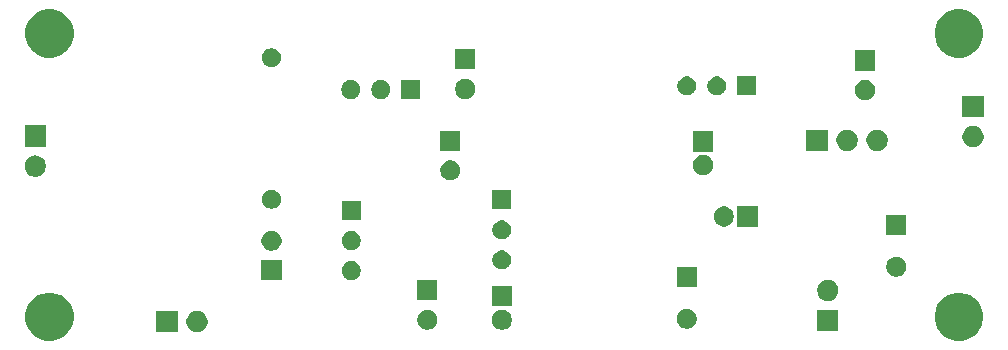
<source format=gbr>
G04 #@! TF.GenerationSoftware,KiCad,Pcbnew,5.1.5+dfsg1-2build2*
G04 #@! TF.CreationDate,2022-03-11T14:10:26+02:00*
G04 #@! TF.ProjectId,dc_receiver,64635f72-6563-4656-9976-65722e6b6963,rev?*
G04 #@! TF.SameCoordinates,Original*
G04 #@! TF.FileFunction,Soldermask,Bot*
G04 #@! TF.FilePolarity,Negative*
%FSLAX46Y46*%
G04 Gerber Fmt 4.6, Leading zero omitted, Abs format (unit mm)*
G04 Created by KiCad (PCBNEW 5.1.5+dfsg1-2build2) date 2022-03-11 14:10:26*
%MOMM*%
%LPD*%
G04 APERTURE LIST*
%ADD10C,0.100000*%
G04 APERTURE END LIST*
D10*
G36*
X40898254Y-44027818D02*
G01*
X41271511Y-44182426D01*
X41271513Y-44182427D01*
X41498886Y-44334353D01*
X41607436Y-44406884D01*
X41893116Y-44692564D01*
X42117574Y-45028489D01*
X42272182Y-45401746D01*
X42351000Y-45797993D01*
X42351000Y-46202007D01*
X42272182Y-46598254D01*
X42142632Y-46911015D01*
X42117573Y-46971513D01*
X41893116Y-47307436D01*
X41607436Y-47593116D01*
X41271513Y-47817573D01*
X41271512Y-47817574D01*
X41271511Y-47817574D01*
X40898254Y-47972182D01*
X40502007Y-48051000D01*
X40097993Y-48051000D01*
X39701746Y-47972182D01*
X39328489Y-47817574D01*
X39328488Y-47817574D01*
X39328487Y-47817573D01*
X38992564Y-47593116D01*
X38706884Y-47307436D01*
X38482427Y-46971513D01*
X38457368Y-46911015D01*
X38327818Y-46598254D01*
X38249000Y-46202007D01*
X38249000Y-45797993D01*
X38327818Y-45401746D01*
X38482426Y-45028489D01*
X38706884Y-44692564D01*
X38992564Y-44406884D01*
X39101114Y-44334353D01*
X39328487Y-44182427D01*
X39328489Y-44182426D01*
X39701746Y-44027818D01*
X40097993Y-43949000D01*
X40502007Y-43949000D01*
X40898254Y-44027818D01*
G37*
G36*
X117898254Y-44027818D02*
G01*
X118271511Y-44182426D01*
X118271513Y-44182427D01*
X118498886Y-44334353D01*
X118607436Y-44406884D01*
X118893116Y-44692564D01*
X119117574Y-45028489D01*
X119272182Y-45401746D01*
X119351000Y-45797993D01*
X119351000Y-46202007D01*
X119272182Y-46598254D01*
X119142632Y-46911015D01*
X119117573Y-46971513D01*
X118893116Y-47307436D01*
X118607436Y-47593116D01*
X118271513Y-47817573D01*
X118271512Y-47817574D01*
X118271511Y-47817574D01*
X117898254Y-47972182D01*
X117502007Y-48051000D01*
X117097993Y-48051000D01*
X116701746Y-47972182D01*
X116328489Y-47817574D01*
X116328488Y-47817574D01*
X116328487Y-47817573D01*
X115992564Y-47593116D01*
X115706884Y-47307436D01*
X115482427Y-46971513D01*
X115457368Y-46911015D01*
X115327818Y-46598254D01*
X115249000Y-46202007D01*
X115249000Y-45797993D01*
X115327818Y-45401746D01*
X115482426Y-45028489D01*
X115706884Y-44692564D01*
X115992564Y-44406884D01*
X116101114Y-44334353D01*
X116328487Y-44182427D01*
X116328489Y-44182426D01*
X116701746Y-44027818D01*
X117097993Y-43949000D01*
X117502007Y-43949000D01*
X117898254Y-44027818D01*
G37*
G36*
X52903512Y-45503927D02*
G01*
X53052812Y-45533624D01*
X53216784Y-45601544D01*
X53364354Y-45700147D01*
X53489853Y-45825646D01*
X53588456Y-45973216D01*
X53656376Y-46137188D01*
X53691000Y-46311259D01*
X53691000Y-46488741D01*
X53656376Y-46662812D01*
X53588456Y-46826784D01*
X53489853Y-46974354D01*
X53364354Y-47099853D01*
X53216784Y-47198456D01*
X53052812Y-47266376D01*
X52903512Y-47296073D01*
X52878742Y-47301000D01*
X52701258Y-47301000D01*
X52676488Y-47296073D01*
X52527188Y-47266376D01*
X52363216Y-47198456D01*
X52215646Y-47099853D01*
X52090147Y-46974354D01*
X51991544Y-46826784D01*
X51923624Y-46662812D01*
X51889000Y-46488741D01*
X51889000Y-46311259D01*
X51923624Y-46137188D01*
X51991544Y-45973216D01*
X52090147Y-45825646D01*
X52215646Y-45700147D01*
X52363216Y-45601544D01*
X52527188Y-45533624D01*
X52676488Y-45503927D01*
X52701258Y-45499000D01*
X52878742Y-45499000D01*
X52903512Y-45503927D01*
G37*
G36*
X51151000Y-47301000D02*
G01*
X49349000Y-47301000D01*
X49349000Y-45499000D01*
X51151000Y-45499000D01*
X51151000Y-47301000D01*
G37*
G36*
X107101000Y-47201000D02*
G01*
X105299000Y-47201000D01*
X105299000Y-45399000D01*
X107101000Y-45399000D01*
X107101000Y-47201000D01*
G37*
G36*
X78848228Y-45431703D02*
G01*
X79003100Y-45495853D01*
X79142481Y-45588985D01*
X79261015Y-45707519D01*
X79354147Y-45846900D01*
X79418297Y-46001772D01*
X79451000Y-46166184D01*
X79451000Y-46333816D01*
X79418297Y-46498228D01*
X79354147Y-46653100D01*
X79261015Y-46792481D01*
X79142481Y-46911015D01*
X79003100Y-47004147D01*
X78848228Y-47068297D01*
X78683816Y-47101000D01*
X78516184Y-47101000D01*
X78351772Y-47068297D01*
X78196900Y-47004147D01*
X78057519Y-46911015D01*
X77938985Y-46792481D01*
X77845853Y-46653100D01*
X77781703Y-46498228D01*
X77749000Y-46333816D01*
X77749000Y-46166184D01*
X77781703Y-46001772D01*
X77845853Y-45846900D01*
X77938985Y-45707519D01*
X78057519Y-45588985D01*
X78196900Y-45495853D01*
X78351772Y-45431703D01*
X78516184Y-45399000D01*
X78683816Y-45399000D01*
X78848228Y-45431703D01*
G37*
G36*
X72548228Y-45431703D02*
G01*
X72703100Y-45495853D01*
X72842481Y-45588985D01*
X72961015Y-45707519D01*
X73054147Y-45846900D01*
X73118297Y-46001772D01*
X73151000Y-46166184D01*
X73151000Y-46333816D01*
X73118297Y-46498228D01*
X73054147Y-46653100D01*
X72961015Y-46792481D01*
X72842481Y-46911015D01*
X72703100Y-47004147D01*
X72548228Y-47068297D01*
X72383816Y-47101000D01*
X72216184Y-47101000D01*
X72051772Y-47068297D01*
X71896900Y-47004147D01*
X71757519Y-46911015D01*
X71638985Y-46792481D01*
X71545853Y-46653100D01*
X71481703Y-46498228D01*
X71449000Y-46333816D01*
X71449000Y-46166184D01*
X71481703Y-46001772D01*
X71545853Y-45846900D01*
X71638985Y-45707519D01*
X71757519Y-45588985D01*
X71896900Y-45495853D01*
X72051772Y-45431703D01*
X72216184Y-45399000D01*
X72383816Y-45399000D01*
X72548228Y-45431703D01*
G37*
G36*
X94498228Y-45331703D02*
G01*
X94653100Y-45395853D01*
X94792481Y-45488985D01*
X94911015Y-45607519D01*
X95004147Y-45746900D01*
X95068297Y-45901772D01*
X95101000Y-46066184D01*
X95101000Y-46233816D01*
X95068297Y-46398228D01*
X95004147Y-46553100D01*
X94911015Y-46692481D01*
X94792481Y-46811015D01*
X94653100Y-46904147D01*
X94498228Y-46968297D01*
X94333816Y-47001000D01*
X94166184Y-47001000D01*
X94001772Y-46968297D01*
X93846900Y-46904147D01*
X93707519Y-46811015D01*
X93588985Y-46692481D01*
X93495853Y-46553100D01*
X93431703Y-46398228D01*
X93399000Y-46233816D01*
X93399000Y-46066184D01*
X93431703Y-45901772D01*
X93495853Y-45746900D01*
X93588985Y-45607519D01*
X93707519Y-45488985D01*
X93846900Y-45395853D01*
X94001772Y-45331703D01*
X94166184Y-45299000D01*
X94333816Y-45299000D01*
X94498228Y-45331703D01*
G37*
G36*
X79451000Y-45101000D02*
G01*
X77749000Y-45101000D01*
X77749000Y-43399000D01*
X79451000Y-43399000D01*
X79451000Y-45101000D01*
G37*
G36*
X106313512Y-42863927D02*
G01*
X106462812Y-42893624D01*
X106626784Y-42961544D01*
X106774354Y-43060147D01*
X106899853Y-43185646D01*
X106998456Y-43333216D01*
X107066376Y-43497188D01*
X107101000Y-43671259D01*
X107101000Y-43848741D01*
X107066376Y-44022812D01*
X106998456Y-44186784D01*
X106899853Y-44334354D01*
X106774354Y-44459853D01*
X106626784Y-44558456D01*
X106462812Y-44626376D01*
X106313512Y-44656073D01*
X106288742Y-44661000D01*
X106111258Y-44661000D01*
X106086488Y-44656073D01*
X105937188Y-44626376D01*
X105773216Y-44558456D01*
X105625646Y-44459853D01*
X105500147Y-44334354D01*
X105401544Y-44186784D01*
X105333624Y-44022812D01*
X105299000Y-43848741D01*
X105299000Y-43671259D01*
X105333624Y-43497188D01*
X105401544Y-43333216D01*
X105500147Y-43185646D01*
X105625646Y-43060147D01*
X105773216Y-42961544D01*
X105937188Y-42893624D01*
X106086488Y-42863927D01*
X106111258Y-42859000D01*
X106288742Y-42859000D01*
X106313512Y-42863927D01*
G37*
G36*
X73151000Y-44601000D02*
G01*
X71449000Y-44601000D01*
X71449000Y-42899000D01*
X73151000Y-42899000D01*
X73151000Y-44601000D01*
G37*
G36*
X95101000Y-43501000D02*
G01*
X93399000Y-43501000D01*
X93399000Y-41799000D01*
X95101000Y-41799000D01*
X95101000Y-43501000D01*
G37*
G36*
X59951000Y-42901000D02*
G01*
X58249000Y-42901000D01*
X58249000Y-41199000D01*
X59951000Y-41199000D01*
X59951000Y-42901000D01*
G37*
G36*
X66083642Y-41309781D02*
G01*
X66229414Y-41370162D01*
X66229416Y-41370163D01*
X66360608Y-41457822D01*
X66472178Y-41569392D01*
X66553171Y-41690608D01*
X66559838Y-41700586D01*
X66620219Y-41846358D01*
X66651000Y-42001107D01*
X66651000Y-42158893D01*
X66620219Y-42313642D01*
X66559838Y-42459414D01*
X66559837Y-42459416D01*
X66472178Y-42590608D01*
X66360608Y-42702178D01*
X66229416Y-42789837D01*
X66229415Y-42789838D01*
X66229414Y-42789838D01*
X66083642Y-42850219D01*
X65928893Y-42881000D01*
X65771107Y-42881000D01*
X65616358Y-42850219D01*
X65470586Y-42789838D01*
X65470585Y-42789838D01*
X65470584Y-42789837D01*
X65339392Y-42702178D01*
X65227822Y-42590608D01*
X65140163Y-42459416D01*
X65140162Y-42459414D01*
X65079781Y-42313642D01*
X65049000Y-42158893D01*
X65049000Y-42001107D01*
X65079781Y-41846358D01*
X65140162Y-41700586D01*
X65146829Y-41690608D01*
X65227822Y-41569392D01*
X65339392Y-41457822D01*
X65470584Y-41370163D01*
X65470586Y-41370162D01*
X65616358Y-41309781D01*
X65771107Y-41279000D01*
X65928893Y-41279000D01*
X66083642Y-41309781D01*
G37*
G36*
X112248228Y-40931703D02*
G01*
X112403100Y-40995853D01*
X112542481Y-41088985D01*
X112661015Y-41207519D01*
X112754147Y-41346900D01*
X112818297Y-41501772D01*
X112851000Y-41666184D01*
X112851000Y-41833816D01*
X112818297Y-41998228D01*
X112754147Y-42153100D01*
X112661015Y-42292481D01*
X112542481Y-42411015D01*
X112403100Y-42504147D01*
X112248228Y-42568297D01*
X112083816Y-42601000D01*
X111916184Y-42601000D01*
X111751772Y-42568297D01*
X111596900Y-42504147D01*
X111457519Y-42411015D01*
X111338985Y-42292481D01*
X111245853Y-42153100D01*
X111181703Y-41998228D01*
X111149000Y-41833816D01*
X111149000Y-41666184D01*
X111181703Y-41501772D01*
X111245853Y-41346900D01*
X111338985Y-41207519D01*
X111457519Y-41088985D01*
X111596900Y-40995853D01*
X111751772Y-40931703D01*
X111916184Y-40899000D01*
X112083816Y-40899000D01*
X112248228Y-40931703D01*
G37*
G36*
X78833642Y-40409781D02*
G01*
X78979414Y-40470162D01*
X78979416Y-40470163D01*
X79110608Y-40557822D01*
X79222178Y-40669392D01*
X79309837Y-40800584D01*
X79309838Y-40800586D01*
X79370219Y-40946358D01*
X79401000Y-41101107D01*
X79401000Y-41258893D01*
X79370219Y-41413642D01*
X79333714Y-41501772D01*
X79309837Y-41559416D01*
X79222178Y-41690608D01*
X79110608Y-41802178D01*
X78979416Y-41889837D01*
X78979415Y-41889838D01*
X78979414Y-41889838D01*
X78833642Y-41950219D01*
X78678893Y-41981000D01*
X78521107Y-41981000D01*
X78366358Y-41950219D01*
X78220586Y-41889838D01*
X78220585Y-41889838D01*
X78220584Y-41889837D01*
X78089392Y-41802178D01*
X77977822Y-41690608D01*
X77890163Y-41559416D01*
X77866286Y-41501772D01*
X77829781Y-41413642D01*
X77799000Y-41258893D01*
X77799000Y-41101107D01*
X77829781Y-40946358D01*
X77890162Y-40800586D01*
X77890163Y-40800584D01*
X77977822Y-40669392D01*
X78089392Y-40557822D01*
X78220584Y-40470163D01*
X78220586Y-40470162D01*
X78366358Y-40409781D01*
X78521107Y-40379000D01*
X78678893Y-40379000D01*
X78833642Y-40409781D01*
G37*
G36*
X59348228Y-38731703D02*
G01*
X59503100Y-38795853D01*
X59642481Y-38888985D01*
X59761015Y-39007519D01*
X59854147Y-39146900D01*
X59918297Y-39301772D01*
X59951000Y-39466184D01*
X59951000Y-39633816D01*
X59918297Y-39798228D01*
X59854147Y-39953100D01*
X59761015Y-40092481D01*
X59642481Y-40211015D01*
X59503100Y-40304147D01*
X59348228Y-40368297D01*
X59183816Y-40401000D01*
X59016184Y-40401000D01*
X58851772Y-40368297D01*
X58696900Y-40304147D01*
X58557519Y-40211015D01*
X58438985Y-40092481D01*
X58345853Y-39953100D01*
X58281703Y-39798228D01*
X58249000Y-39633816D01*
X58249000Y-39466184D01*
X58281703Y-39301772D01*
X58345853Y-39146900D01*
X58438985Y-39007519D01*
X58557519Y-38888985D01*
X58696900Y-38795853D01*
X58851772Y-38731703D01*
X59016184Y-38699000D01*
X59183816Y-38699000D01*
X59348228Y-38731703D01*
G37*
G36*
X66083642Y-38769781D02*
G01*
X66229414Y-38830162D01*
X66229416Y-38830163D01*
X66360608Y-38917822D01*
X66472178Y-39029392D01*
X66553171Y-39150608D01*
X66559838Y-39160586D01*
X66620219Y-39306358D01*
X66651000Y-39461107D01*
X66651000Y-39618893D01*
X66620219Y-39773642D01*
X66559838Y-39919414D01*
X66559837Y-39919416D01*
X66472178Y-40050608D01*
X66360608Y-40162178D01*
X66229416Y-40249837D01*
X66229415Y-40249838D01*
X66229414Y-40249838D01*
X66083642Y-40310219D01*
X65928893Y-40341000D01*
X65771107Y-40341000D01*
X65616358Y-40310219D01*
X65470586Y-40249838D01*
X65470585Y-40249838D01*
X65470584Y-40249837D01*
X65339392Y-40162178D01*
X65227822Y-40050608D01*
X65140163Y-39919416D01*
X65140162Y-39919414D01*
X65079781Y-39773642D01*
X65049000Y-39618893D01*
X65049000Y-39461107D01*
X65079781Y-39306358D01*
X65140162Y-39160586D01*
X65146829Y-39150608D01*
X65227822Y-39029392D01*
X65339392Y-38917822D01*
X65470584Y-38830163D01*
X65470586Y-38830162D01*
X65616358Y-38769781D01*
X65771107Y-38739000D01*
X65928893Y-38739000D01*
X66083642Y-38769781D01*
G37*
G36*
X78833642Y-37869781D02*
G01*
X78979414Y-37930162D01*
X78979416Y-37930163D01*
X79110608Y-38017822D01*
X79222178Y-38129392D01*
X79309837Y-38260584D01*
X79309838Y-38260586D01*
X79370219Y-38406358D01*
X79401000Y-38561107D01*
X79401000Y-38718893D01*
X79370219Y-38873642D01*
X79309838Y-39019414D01*
X79309837Y-39019416D01*
X79222178Y-39150608D01*
X79110608Y-39262178D01*
X78979416Y-39349837D01*
X78979415Y-39349838D01*
X78979414Y-39349838D01*
X78833642Y-39410219D01*
X78678893Y-39441000D01*
X78521107Y-39441000D01*
X78366358Y-39410219D01*
X78220586Y-39349838D01*
X78220585Y-39349838D01*
X78220584Y-39349837D01*
X78089392Y-39262178D01*
X77977822Y-39150608D01*
X77890163Y-39019416D01*
X77890162Y-39019414D01*
X77829781Y-38873642D01*
X77799000Y-38718893D01*
X77799000Y-38561107D01*
X77829781Y-38406358D01*
X77890162Y-38260586D01*
X77890163Y-38260584D01*
X77977822Y-38129392D01*
X78089392Y-38017822D01*
X78220584Y-37930163D01*
X78220586Y-37930162D01*
X78366358Y-37869781D01*
X78521107Y-37839000D01*
X78678893Y-37839000D01*
X78833642Y-37869781D01*
G37*
G36*
X112851000Y-39101000D02*
G01*
X111149000Y-39101000D01*
X111149000Y-37399000D01*
X112851000Y-37399000D01*
X112851000Y-39101000D01*
G37*
G36*
X100251000Y-38351000D02*
G01*
X98549000Y-38351000D01*
X98549000Y-36649000D01*
X100251000Y-36649000D01*
X100251000Y-38351000D01*
G37*
G36*
X97648228Y-36681703D02*
G01*
X97803100Y-36745853D01*
X97942481Y-36838985D01*
X98061015Y-36957519D01*
X98154147Y-37096900D01*
X98218297Y-37251772D01*
X98251000Y-37416184D01*
X98251000Y-37583816D01*
X98218297Y-37748228D01*
X98154147Y-37903100D01*
X98061015Y-38042481D01*
X97942481Y-38161015D01*
X97803100Y-38254147D01*
X97648228Y-38318297D01*
X97483816Y-38351000D01*
X97316184Y-38351000D01*
X97151772Y-38318297D01*
X96996900Y-38254147D01*
X96857519Y-38161015D01*
X96738985Y-38042481D01*
X96645853Y-37903100D01*
X96581703Y-37748228D01*
X96549000Y-37583816D01*
X96549000Y-37416184D01*
X96581703Y-37251772D01*
X96645853Y-37096900D01*
X96738985Y-36957519D01*
X96857519Y-36838985D01*
X96996900Y-36745853D01*
X97151772Y-36681703D01*
X97316184Y-36649000D01*
X97483816Y-36649000D01*
X97648228Y-36681703D01*
G37*
G36*
X66651000Y-37801000D02*
G01*
X65049000Y-37801000D01*
X65049000Y-36199000D01*
X66651000Y-36199000D01*
X66651000Y-37801000D01*
G37*
G36*
X79401000Y-36901000D02*
G01*
X77799000Y-36901000D01*
X77799000Y-35299000D01*
X79401000Y-35299000D01*
X79401000Y-36901000D01*
G37*
G36*
X59333642Y-35279781D02*
G01*
X59479414Y-35340162D01*
X59479416Y-35340163D01*
X59610608Y-35427822D01*
X59722178Y-35539392D01*
X59809837Y-35670584D01*
X59809838Y-35670586D01*
X59870219Y-35816358D01*
X59901000Y-35971107D01*
X59901000Y-36128893D01*
X59870219Y-36283642D01*
X59809838Y-36429414D01*
X59809837Y-36429416D01*
X59722178Y-36560608D01*
X59610608Y-36672178D01*
X59479416Y-36759837D01*
X59479415Y-36759838D01*
X59479414Y-36759838D01*
X59333642Y-36820219D01*
X59178893Y-36851000D01*
X59021107Y-36851000D01*
X58866358Y-36820219D01*
X58720586Y-36759838D01*
X58720585Y-36759838D01*
X58720584Y-36759837D01*
X58589392Y-36672178D01*
X58477822Y-36560608D01*
X58390163Y-36429416D01*
X58390162Y-36429414D01*
X58329781Y-36283642D01*
X58299000Y-36128893D01*
X58299000Y-35971107D01*
X58329781Y-35816358D01*
X58390162Y-35670586D01*
X58390163Y-35670584D01*
X58477822Y-35539392D01*
X58589392Y-35427822D01*
X58720584Y-35340163D01*
X58720586Y-35340162D01*
X58866358Y-35279781D01*
X59021107Y-35249000D01*
X59178893Y-35249000D01*
X59333642Y-35279781D01*
G37*
G36*
X74498228Y-32781703D02*
G01*
X74653100Y-32845853D01*
X74792481Y-32938985D01*
X74911015Y-33057519D01*
X75004147Y-33196900D01*
X75068297Y-33351772D01*
X75101000Y-33516184D01*
X75101000Y-33683816D01*
X75068297Y-33848228D01*
X75004147Y-34003100D01*
X74911015Y-34142481D01*
X74792481Y-34261015D01*
X74653100Y-34354147D01*
X74498228Y-34418297D01*
X74333816Y-34451000D01*
X74166184Y-34451000D01*
X74001772Y-34418297D01*
X73846900Y-34354147D01*
X73707519Y-34261015D01*
X73588985Y-34142481D01*
X73495853Y-34003100D01*
X73431703Y-33848228D01*
X73399000Y-33683816D01*
X73399000Y-33516184D01*
X73431703Y-33351772D01*
X73495853Y-33196900D01*
X73588985Y-33057519D01*
X73707519Y-32938985D01*
X73846900Y-32845853D01*
X74001772Y-32781703D01*
X74166184Y-32749000D01*
X74333816Y-32749000D01*
X74498228Y-32781703D01*
G37*
G36*
X39213512Y-32343927D02*
G01*
X39362812Y-32373624D01*
X39526784Y-32441544D01*
X39674354Y-32540147D01*
X39799853Y-32665646D01*
X39898456Y-32813216D01*
X39966376Y-32977188D01*
X40001000Y-33151259D01*
X40001000Y-33328741D01*
X39966376Y-33502812D01*
X39898456Y-33666784D01*
X39799853Y-33814354D01*
X39674354Y-33939853D01*
X39526784Y-34038456D01*
X39362812Y-34106376D01*
X39213512Y-34136073D01*
X39188742Y-34141000D01*
X39011258Y-34141000D01*
X38986488Y-34136073D01*
X38837188Y-34106376D01*
X38673216Y-34038456D01*
X38525646Y-33939853D01*
X38400147Y-33814354D01*
X38301544Y-33666784D01*
X38233624Y-33502812D01*
X38199000Y-33328741D01*
X38199000Y-33151259D01*
X38233624Y-32977188D01*
X38301544Y-32813216D01*
X38400147Y-32665646D01*
X38525646Y-32540147D01*
X38673216Y-32441544D01*
X38837188Y-32373624D01*
X38986488Y-32343927D01*
X39011258Y-32339000D01*
X39188742Y-32339000D01*
X39213512Y-32343927D01*
G37*
G36*
X95898228Y-32331703D02*
G01*
X96053100Y-32395853D01*
X96192481Y-32488985D01*
X96311015Y-32607519D01*
X96404147Y-32746900D01*
X96468297Y-32901772D01*
X96501000Y-33066184D01*
X96501000Y-33233816D01*
X96468297Y-33398228D01*
X96404147Y-33553100D01*
X96311015Y-33692481D01*
X96192481Y-33811015D01*
X96053100Y-33904147D01*
X95898228Y-33968297D01*
X95733816Y-34001000D01*
X95566184Y-34001000D01*
X95401772Y-33968297D01*
X95246900Y-33904147D01*
X95107519Y-33811015D01*
X94988985Y-33692481D01*
X94895853Y-33553100D01*
X94831703Y-33398228D01*
X94799000Y-33233816D01*
X94799000Y-33066184D01*
X94831703Y-32901772D01*
X94895853Y-32746900D01*
X94988985Y-32607519D01*
X95107519Y-32488985D01*
X95246900Y-32395853D01*
X95401772Y-32331703D01*
X95566184Y-32299000D01*
X95733816Y-32299000D01*
X95898228Y-32331703D01*
G37*
G36*
X96501000Y-32001000D02*
G01*
X94799000Y-32001000D01*
X94799000Y-30299000D01*
X96501000Y-30299000D01*
X96501000Y-32001000D01*
G37*
G36*
X106201000Y-31951000D02*
G01*
X104399000Y-31951000D01*
X104399000Y-30149000D01*
X106201000Y-30149000D01*
X106201000Y-31951000D01*
G37*
G36*
X75101000Y-31951000D02*
G01*
X73399000Y-31951000D01*
X73399000Y-30249000D01*
X75101000Y-30249000D01*
X75101000Y-31951000D01*
G37*
G36*
X107953512Y-30153927D02*
G01*
X108102812Y-30183624D01*
X108266784Y-30251544D01*
X108414354Y-30350147D01*
X108539853Y-30475646D01*
X108638456Y-30623216D01*
X108706376Y-30787188D01*
X108741000Y-30961259D01*
X108741000Y-31138741D01*
X108706376Y-31312812D01*
X108638456Y-31476784D01*
X108539853Y-31624354D01*
X108414354Y-31749853D01*
X108266784Y-31848456D01*
X108102812Y-31916376D01*
X107953512Y-31946073D01*
X107928742Y-31951000D01*
X107751258Y-31951000D01*
X107726488Y-31946073D01*
X107577188Y-31916376D01*
X107413216Y-31848456D01*
X107265646Y-31749853D01*
X107140147Y-31624354D01*
X107041544Y-31476784D01*
X106973624Y-31312812D01*
X106939000Y-31138741D01*
X106939000Y-30961259D01*
X106973624Y-30787188D01*
X107041544Y-30623216D01*
X107140147Y-30475646D01*
X107265646Y-30350147D01*
X107413216Y-30251544D01*
X107577188Y-30183624D01*
X107726488Y-30153927D01*
X107751258Y-30149000D01*
X107928742Y-30149000D01*
X107953512Y-30153927D01*
G37*
G36*
X110493512Y-30153927D02*
G01*
X110642812Y-30183624D01*
X110806784Y-30251544D01*
X110954354Y-30350147D01*
X111079853Y-30475646D01*
X111178456Y-30623216D01*
X111246376Y-30787188D01*
X111281000Y-30961259D01*
X111281000Y-31138741D01*
X111246376Y-31312812D01*
X111178456Y-31476784D01*
X111079853Y-31624354D01*
X110954354Y-31749853D01*
X110806784Y-31848456D01*
X110642812Y-31916376D01*
X110493512Y-31946073D01*
X110468742Y-31951000D01*
X110291258Y-31951000D01*
X110266488Y-31946073D01*
X110117188Y-31916376D01*
X109953216Y-31848456D01*
X109805646Y-31749853D01*
X109680147Y-31624354D01*
X109581544Y-31476784D01*
X109513624Y-31312812D01*
X109479000Y-31138741D01*
X109479000Y-30961259D01*
X109513624Y-30787188D01*
X109581544Y-30623216D01*
X109680147Y-30475646D01*
X109805646Y-30350147D01*
X109953216Y-30251544D01*
X110117188Y-30183624D01*
X110266488Y-30153927D01*
X110291258Y-30149000D01*
X110468742Y-30149000D01*
X110493512Y-30153927D01*
G37*
G36*
X118613512Y-29843927D02*
G01*
X118762812Y-29873624D01*
X118926784Y-29941544D01*
X119074354Y-30040147D01*
X119199853Y-30165646D01*
X119298456Y-30313216D01*
X119366376Y-30477188D01*
X119401000Y-30651259D01*
X119401000Y-30828741D01*
X119366376Y-31002812D01*
X119298456Y-31166784D01*
X119199853Y-31314354D01*
X119074354Y-31439853D01*
X118926784Y-31538456D01*
X118762812Y-31606376D01*
X118613512Y-31636073D01*
X118588742Y-31641000D01*
X118411258Y-31641000D01*
X118386488Y-31636073D01*
X118237188Y-31606376D01*
X118073216Y-31538456D01*
X117925646Y-31439853D01*
X117800147Y-31314354D01*
X117701544Y-31166784D01*
X117633624Y-31002812D01*
X117599000Y-30828741D01*
X117599000Y-30651259D01*
X117633624Y-30477188D01*
X117701544Y-30313216D01*
X117800147Y-30165646D01*
X117925646Y-30040147D01*
X118073216Y-29941544D01*
X118237188Y-29873624D01*
X118386488Y-29843927D01*
X118411258Y-29839000D01*
X118588742Y-29839000D01*
X118613512Y-29843927D01*
G37*
G36*
X40001000Y-31601000D02*
G01*
X38199000Y-31601000D01*
X38199000Y-29799000D01*
X40001000Y-29799000D01*
X40001000Y-31601000D01*
G37*
G36*
X119401000Y-29101000D02*
G01*
X117599000Y-29101000D01*
X117599000Y-27299000D01*
X119401000Y-27299000D01*
X119401000Y-29101000D01*
G37*
G36*
X109598228Y-25981703D02*
G01*
X109753100Y-26045853D01*
X109892481Y-26138985D01*
X110011015Y-26257519D01*
X110104147Y-26396900D01*
X110168297Y-26551772D01*
X110201000Y-26716184D01*
X110201000Y-26883816D01*
X110168297Y-27048228D01*
X110104147Y-27203100D01*
X110011015Y-27342481D01*
X109892481Y-27461015D01*
X109753100Y-27554147D01*
X109598228Y-27618297D01*
X109433816Y-27651000D01*
X109266184Y-27651000D01*
X109101772Y-27618297D01*
X108946900Y-27554147D01*
X108807519Y-27461015D01*
X108688985Y-27342481D01*
X108595853Y-27203100D01*
X108531703Y-27048228D01*
X108499000Y-26883816D01*
X108499000Y-26716184D01*
X108531703Y-26551772D01*
X108595853Y-26396900D01*
X108688985Y-26257519D01*
X108807519Y-26138985D01*
X108946900Y-26045853D01*
X109101772Y-25981703D01*
X109266184Y-25949000D01*
X109433816Y-25949000D01*
X109598228Y-25981703D01*
G37*
G36*
X68593642Y-25979781D02*
G01*
X68736572Y-26038985D01*
X68739416Y-26040163D01*
X68870608Y-26127822D01*
X68982178Y-26239392D01*
X69020603Y-26296900D01*
X69069838Y-26370586D01*
X69130219Y-26516358D01*
X69161000Y-26671107D01*
X69161000Y-26828893D01*
X69130219Y-26983642D01*
X69069838Y-27129414D01*
X69069837Y-27129416D01*
X68982178Y-27260608D01*
X68870608Y-27372178D01*
X68739416Y-27459837D01*
X68739415Y-27459838D01*
X68739414Y-27459838D01*
X68593642Y-27520219D01*
X68438893Y-27551000D01*
X68281107Y-27551000D01*
X68126358Y-27520219D01*
X67980586Y-27459838D01*
X67980585Y-27459838D01*
X67980584Y-27459837D01*
X67849392Y-27372178D01*
X67737822Y-27260608D01*
X67650163Y-27129416D01*
X67650162Y-27129414D01*
X67589781Y-26983642D01*
X67559000Y-26828893D01*
X67559000Y-26671107D01*
X67589781Y-26516358D01*
X67650162Y-26370586D01*
X67699397Y-26296900D01*
X67737822Y-26239392D01*
X67849392Y-26127822D01*
X67980584Y-26040163D01*
X67983428Y-26038985D01*
X68126358Y-25979781D01*
X68281107Y-25949000D01*
X68438893Y-25949000D01*
X68593642Y-25979781D01*
G37*
G36*
X75748228Y-25881703D02*
G01*
X75903100Y-25945853D01*
X76042481Y-26038985D01*
X76161015Y-26157519D01*
X76254147Y-26296900D01*
X76318297Y-26451772D01*
X76351000Y-26616184D01*
X76351000Y-26783816D01*
X76318297Y-26948228D01*
X76254147Y-27103100D01*
X76161015Y-27242481D01*
X76042481Y-27361015D01*
X75903100Y-27454147D01*
X75748228Y-27518297D01*
X75583816Y-27551000D01*
X75416184Y-27551000D01*
X75251772Y-27518297D01*
X75096900Y-27454147D01*
X74957519Y-27361015D01*
X74838985Y-27242481D01*
X74745853Y-27103100D01*
X74681703Y-26948228D01*
X74649000Y-26783816D01*
X74649000Y-26616184D01*
X74681703Y-26451772D01*
X74745853Y-26296900D01*
X74838985Y-26157519D01*
X74957519Y-26038985D01*
X75096900Y-25945853D01*
X75251772Y-25881703D01*
X75416184Y-25849000D01*
X75583816Y-25849000D01*
X75748228Y-25881703D01*
G37*
G36*
X71701000Y-27551000D02*
G01*
X70099000Y-27551000D01*
X70099000Y-25949000D01*
X71701000Y-25949000D01*
X71701000Y-27551000D01*
G37*
G36*
X66053642Y-25979781D02*
G01*
X66196572Y-26038985D01*
X66199416Y-26040163D01*
X66330608Y-26127822D01*
X66442178Y-26239392D01*
X66480603Y-26296900D01*
X66529838Y-26370586D01*
X66590219Y-26516358D01*
X66621000Y-26671107D01*
X66621000Y-26828893D01*
X66590219Y-26983642D01*
X66529838Y-27129414D01*
X66529837Y-27129416D01*
X66442178Y-27260608D01*
X66330608Y-27372178D01*
X66199416Y-27459837D01*
X66199415Y-27459838D01*
X66199414Y-27459838D01*
X66053642Y-27520219D01*
X65898893Y-27551000D01*
X65741107Y-27551000D01*
X65586358Y-27520219D01*
X65440586Y-27459838D01*
X65440585Y-27459838D01*
X65440584Y-27459837D01*
X65309392Y-27372178D01*
X65197822Y-27260608D01*
X65110163Y-27129416D01*
X65110162Y-27129414D01*
X65049781Y-26983642D01*
X65019000Y-26828893D01*
X65019000Y-26671107D01*
X65049781Y-26516358D01*
X65110162Y-26370586D01*
X65159397Y-26296900D01*
X65197822Y-26239392D01*
X65309392Y-26127822D01*
X65440584Y-26040163D01*
X65443428Y-26038985D01*
X65586358Y-25979781D01*
X65741107Y-25949000D01*
X65898893Y-25949000D01*
X66053642Y-25979781D01*
G37*
G36*
X94503642Y-25679781D02*
G01*
X94649414Y-25740162D01*
X94649416Y-25740163D01*
X94780608Y-25827822D01*
X94892178Y-25939392D01*
X94963312Y-26045853D01*
X94979838Y-26070586D01*
X95040219Y-26216358D01*
X95071000Y-26371107D01*
X95071000Y-26528893D01*
X95040219Y-26683642D01*
X95026739Y-26716185D01*
X94979837Y-26829416D01*
X94892178Y-26960608D01*
X94780608Y-27072178D01*
X94649416Y-27159837D01*
X94649415Y-27159838D01*
X94649414Y-27159838D01*
X94503642Y-27220219D01*
X94348893Y-27251000D01*
X94191107Y-27251000D01*
X94036358Y-27220219D01*
X93890586Y-27159838D01*
X93890585Y-27159838D01*
X93890584Y-27159837D01*
X93759392Y-27072178D01*
X93647822Y-26960608D01*
X93560163Y-26829416D01*
X93513261Y-26716185D01*
X93499781Y-26683642D01*
X93469000Y-26528893D01*
X93469000Y-26371107D01*
X93499781Y-26216358D01*
X93560162Y-26070586D01*
X93576688Y-26045853D01*
X93647822Y-25939392D01*
X93759392Y-25827822D01*
X93890584Y-25740163D01*
X93890586Y-25740162D01*
X94036358Y-25679781D01*
X94191107Y-25649000D01*
X94348893Y-25649000D01*
X94503642Y-25679781D01*
G37*
G36*
X100151000Y-27251000D02*
G01*
X98549000Y-27251000D01*
X98549000Y-25649000D01*
X100151000Y-25649000D01*
X100151000Y-27251000D01*
G37*
G36*
X97043642Y-25679781D02*
G01*
X97189414Y-25740162D01*
X97189416Y-25740163D01*
X97320608Y-25827822D01*
X97432178Y-25939392D01*
X97503312Y-26045853D01*
X97519838Y-26070586D01*
X97580219Y-26216358D01*
X97611000Y-26371107D01*
X97611000Y-26528893D01*
X97580219Y-26683642D01*
X97566739Y-26716185D01*
X97519837Y-26829416D01*
X97432178Y-26960608D01*
X97320608Y-27072178D01*
X97189416Y-27159837D01*
X97189415Y-27159838D01*
X97189414Y-27159838D01*
X97043642Y-27220219D01*
X96888893Y-27251000D01*
X96731107Y-27251000D01*
X96576358Y-27220219D01*
X96430586Y-27159838D01*
X96430585Y-27159838D01*
X96430584Y-27159837D01*
X96299392Y-27072178D01*
X96187822Y-26960608D01*
X96100163Y-26829416D01*
X96053261Y-26716185D01*
X96039781Y-26683642D01*
X96009000Y-26528893D01*
X96009000Y-26371107D01*
X96039781Y-26216358D01*
X96100162Y-26070586D01*
X96116688Y-26045853D01*
X96187822Y-25939392D01*
X96299392Y-25827822D01*
X96430584Y-25740163D01*
X96430586Y-25740162D01*
X96576358Y-25679781D01*
X96731107Y-25649000D01*
X96888893Y-25649000D01*
X97043642Y-25679781D01*
G37*
G36*
X110201000Y-25151000D02*
G01*
X108499000Y-25151000D01*
X108499000Y-23449000D01*
X110201000Y-23449000D01*
X110201000Y-25151000D01*
G37*
G36*
X76351000Y-25051000D02*
G01*
X74649000Y-25051000D01*
X74649000Y-23349000D01*
X76351000Y-23349000D01*
X76351000Y-25051000D01*
G37*
G36*
X59333642Y-23279781D02*
G01*
X59479414Y-23340162D01*
X59479416Y-23340163D01*
X59610608Y-23427822D01*
X59722178Y-23539392D01*
X59809837Y-23670584D01*
X59809838Y-23670586D01*
X59870219Y-23816358D01*
X59901000Y-23971107D01*
X59901000Y-24128893D01*
X59870219Y-24283642D01*
X59809838Y-24429414D01*
X59809837Y-24429416D01*
X59722178Y-24560608D01*
X59610608Y-24672178D01*
X59479416Y-24759837D01*
X59479415Y-24759838D01*
X59479414Y-24759838D01*
X59333642Y-24820219D01*
X59178893Y-24851000D01*
X59021107Y-24851000D01*
X58866358Y-24820219D01*
X58720586Y-24759838D01*
X58720585Y-24759838D01*
X58720584Y-24759837D01*
X58589392Y-24672178D01*
X58477822Y-24560608D01*
X58390163Y-24429416D01*
X58390162Y-24429414D01*
X58329781Y-24283642D01*
X58299000Y-24128893D01*
X58299000Y-23971107D01*
X58329781Y-23816358D01*
X58390162Y-23670586D01*
X58390163Y-23670584D01*
X58477822Y-23539392D01*
X58589392Y-23427822D01*
X58720584Y-23340163D01*
X58720586Y-23340162D01*
X58866358Y-23279781D01*
X59021107Y-23249000D01*
X59178893Y-23249000D01*
X59333642Y-23279781D01*
G37*
G36*
X117898254Y-20027818D02*
G01*
X118271511Y-20182426D01*
X118271513Y-20182427D01*
X118607436Y-20406884D01*
X118893116Y-20692564D01*
X119117574Y-21028489D01*
X119272182Y-21401746D01*
X119351000Y-21797993D01*
X119351000Y-22202007D01*
X119272182Y-22598254D01*
X119117574Y-22971511D01*
X119117573Y-22971513D01*
X118893116Y-23307436D01*
X118607436Y-23593116D01*
X118271513Y-23817573D01*
X118271512Y-23817574D01*
X118271511Y-23817574D01*
X117898254Y-23972182D01*
X117502007Y-24051000D01*
X117097993Y-24051000D01*
X116701746Y-23972182D01*
X116328489Y-23817574D01*
X116328488Y-23817574D01*
X116328487Y-23817573D01*
X115992564Y-23593116D01*
X115706884Y-23307436D01*
X115482427Y-22971513D01*
X115482426Y-22971511D01*
X115327818Y-22598254D01*
X115249000Y-22202007D01*
X115249000Y-21797993D01*
X115327818Y-21401746D01*
X115482426Y-21028489D01*
X115706884Y-20692564D01*
X115992564Y-20406884D01*
X116328487Y-20182427D01*
X116328489Y-20182426D01*
X116701746Y-20027818D01*
X117097993Y-19949000D01*
X117502007Y-19949000D01*
X117898254Y-20027818D01*
G37*
G36*
X40898254Y-20027818D02*
G01*
X41271511Y-20182426D01*
X41271513Y-20182427D01*
X41607436Y-20406884D01*
X41893116Y-20692564D01*
X42117574Y-21028489D01*
X42272182Y-21401746D01*
X42351000Y-21797993D01*
X42351000Y-22202007D01*
X42272182Y-22598254D01*
X42117574Y-22971511D01*
X42117573Y-22971513D01*
X41893116Y-23307436D01*
X41607436Y-23593116D01*
X41271513Y-23817573D01*
X41271512Y-23817574D01*
X41271511Y-23817574D01*
X40898254Y-23972182D01*
X40502007Y-24051000D01*
X40097993Y-24051000D01*
X39701746Y-23972182D01*
X39328489Y-23817574D01*
X39328488Y-23817574D01*
X39328487Y-23817573D01*
X38992564Y-23593116D01*
X38706884Y-23307436D01*
X38482427Y-22971513D01*
X38482426Y-22971511D01*
X38327818Y-22598254D01*
X38249000Y-22202007D01*
X38249000Y-21797993D01*
X38327818Y-21401746D01*
X38482426Y-21028489D01*
X38706884Y-20692564D01*
X38992564Y-20406884D01*
X39328487Y-20182427D01*
X39328489Y-20182426D01*
X39701746Y-20027818D01*
X40097993Y-19949000D01*
X40502007Y-19949000D01*
X40898254Y-20027818D01*
G37*
M02*

</source>
